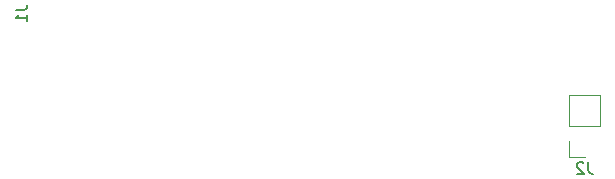
<source format=gbr>
G04 #@! TF.GenerationSoftware,KiCad,Pcbnew,(2017-06-10 revision eadfff8ac)-master*
G04 #@! TF.CreationDate,2017-06-12T02:29:33+02:00*
G04 #@! TF.ProjectId,GRBL_Stepcraft,4752424C5F5374657063726166742E6B,rev?*
G04 #@! TF.FileFunction,Legend,Bot*
G04 #@! TF.FilePolarity,Positive*
%FSLAX46Y46*%
G04 Gerber Fmt 4.6, Leading zero omitted, Abs format (unit mm)*
G04 Created by KiCad (PCBNEW (2017-06-10 revision eadfff8ac)-master) date Mon Jun 12 02:29:33 2017*
%MOMM*%
%LPD*%
G01*
G04 APERTURE LIST*
%ADD10C,0.100000*%
%ADD11C,0.120000*%
%ADD12C,0.150000*%
G04 APERTURE END LIST*
D10*
D11*
X89348000Y-53400000D02*
X90678000Y-53400000D01*
X89348000Y-52070000D02*
X89348000Y-53400000D01*
X92008000Y-50800000D02*
X89348000Y-50800000D01*
X92008000Y-48200000D02*
X92008000Y-50800000D01*
X89348000Y-48200000D02*
X92008000Y-48200000D01*
X89348000Y-50800000D02*
X89348000Y-48200000D01*
D12*
X91011333Y-53852380D02*
X91011333Y-54566666D01*
X91058952Y-54709523D01*
X91154190Y-54804761D01*
X91297047Y-54852380D01*
X91392285Y-54852380D01*
X90582761Y-53947619D02*
X90535142Y-53900000D01*
X90439904Y-53852380D01*
X90201809Y-53852380D01*
X90106571Y-53900000D01*
X90058952Y-53947619D01*
X90011333Y-54042857D01*
X90011333Y-54138095D01*
X90058952Y-54280952D01*
X90630380Y-54852380D01*
X90011333Y-54852380D01*
X42505380Y-40941666D02*
X43219666Y-40941666D01*
X43362523Y-40894047D01*
X43457761Y-40798809D01*
X43505380Y-40655952D01*
X43505380Y-40560714D01*
X43505380Y-41941666D02*
X43505380Y-41370238D01*
X43505380Y-41655952D02*
X42505380Y-41655952D01*
X42648238Y-41560714D01*
X42743476Y-41465476D01*
X42791095Y-41370238D01*
M02*

</source>
